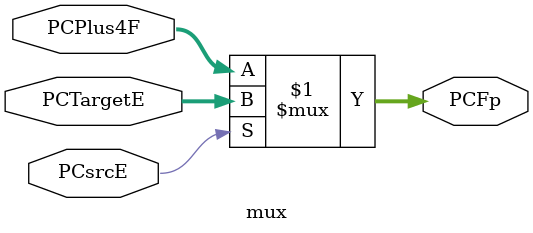
<source format=sv>
module mux #(
    parameter DATA_WIDTH = 32
) (
    input   logic [DATA_WIDTH-1:0]  PCPlus4F,
    input   logic [DATA_WIDTH-1:0]  PCTargetE,
    input   logic                   PCsrcE,
    output  logic [DATA_WIDTH-1:0]  PCFp
);

    assign PCFp = PCsrcE ? PCTargetE : PCPlus4F;

endmodule

</source>
